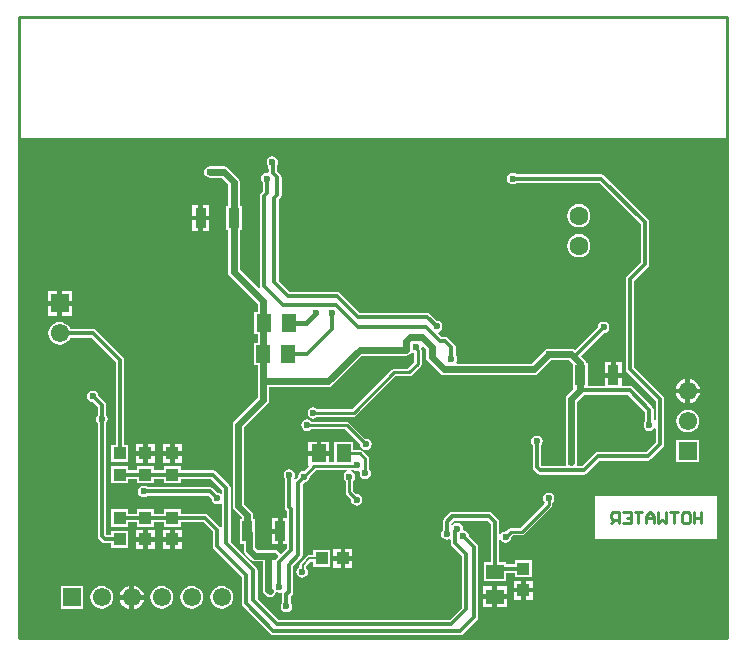
<source format=gbl>
G04*
G04 #@! TF.GenerationSoftware,Altium Limited,Altium Designer,19.0.14 (431)*
G04*
G04 Layer_Physical_Order=2*
G04 Layer_Color=16711680*
%FSLAX43Y43*%
%MOMM*%
G71*
G01*
G75*
%ADD10C,0.250*%
%ADD11C,0.100*%
%ADD13C,0.200*%
%ADD14C,0.600*%
%ADD15C,0.400*%
%ADD16C,0.254*%
%ADD26R,1.100X1.100*%
%ADD27R,1.100X1.100*%
%ADD39R,0.950X1.700*%
%ADD75C,0.350*%
%ADD77C,1.600*%
%ADD78R,1.550X1.550*%
%ADD79C,1.550*%
%ADD80R,1.550X1.550*%
%ADD81C,0.600*%
%ADD82C,5.000*%
%ADD83R,1.250X1.500*%
%ADD84R,1.500X1.250*%
G36*
X59944Y0D02*
X0D01*
Y42361D01*
X59944D01*
Y0D01*
D02*
G37*
%LPC*%
G36*
X21428Y40783D02*
X21241Y40746D01*
X21082Y40640D01*
X20976Y40481D01*
X20939Y40294D01*
X20976Y40107D01*
X21082Y39948D01*
X21095Y39939D01*
Y39757D01*
X21101Y39728D01*
Y39484D01*
X20974Y39380D01*
X20955Y39383D01*
X20768Y39346D01*
X20609Y39240D01*
X20503Y39081D01*
X20466Y38894D01*
X20503Y38707D01*
X20593Y38572D01*
Y37776D01*
X20445Y37628D01*
X20367Y37511D01*
X20339Y37372D01*
Y29810D01*
X20367Y29671D01*
X20402Y29619D01*
X20303Y29538D01*
X18650Y31191D01*
Y33782D01*
Y34530D01*
X18819D01*
Y36590D01*
X18650D01*
Y38608D01*
X18613Y38795D01*
X18507Y38954D01*
X17676Y39785D01*
X17517Y39891D01*
X17330Y39928D01*
X16129D01*
X15942Y39891D01*
X15783Y39785D01*
X15677Y39626D01*
X15640Y39439D01*
X15677Y39252D01*
X15783Y39093D01*
X15942Y38987D01*
X16129Y38950D01*
X17127D01*
X17672Y38405D01*
Y36590D01*
X17509D01*
Y34530D01*
X17672D01*
Y33782D01*
Y30988D01*
X17709Y30801D01*
X17815Y30642D01*
X20178Y28279D01*
Y27600D01*
X19896D01*
Y25740D01*
X20178D01*
Y24933D01*
X19862D01*
Y23073D01*
X20178D01*
Y21717D01*
Y20362D01*
X18199Y18383D01*
X18093Y18224D01*
X18056Y18037D01*
Y12065D01*
Y11173D01*
X18093Y10986D01*
X18199Y10827D01*
X18815Y10211D01*
Y10047D01*
X18646D01*
Y7987D01*
X18987D01*
Y7463D01*
X19024Y7276D01*
X19130Y7117D01*
X19634Y6614D01*
X19793Y6507D01*
X19980Y6470D01*
X20593D01*
Y4064D01*
X20630Y3877D01*
X20736Y3718D01*
X20863Y3591D01*
X21022Y3485D01*
X21209Y3448D01*
X21396Y3485D01*
X21555Y3591D01*
X21661Y3750D01*
X21672Y3803D01*
X21803Y3865D01*
X21813Y3864D01*
X21993Y3829D01*
X22162Y3862D01*
X22227Y3819D01*
X22272Y3774D01*
X22256Y3695D01*
Y2989D01*
X22166Y2854D01*
X22129Y2667D01*
X22166Y2480D01*
X22272Y2321D01*
X22431Y2215D01*
X22618Y2178D01*
X22805Y2215D01*
X22964Y2321D01*
X23070Y2480D01*
X23107Y2667D01*
X23070Y2854D01*
X22980Y2989D01*
Y3545D01*
X23057Y3622D01*
X23135Y3739D01*
X23163Y3878D01*
Y6014D01*
X23882Y6733D01*
X23960Y6850D01*
X23988Y6989D01*
Y12975D01*
X24205Y13193D01*
X24280Y13208D01*
X24439Y13314D01*
X24545Y13473D01*
X24582Y13660D01*
X24574Y13701D01*
X25118Y14245D01*
X27770D01*
X27782Y14118D01*
X27753Y14112D01*
X27594Y14006D01*
X27488Y13847D01*
X27451Y13660D01*
X27488Y13473D01*
X27594Y13314D01*
X27629Y13290D01*
Y12319D01*
X27653Y12200D01*
X27720Y12099D01*
X28088Y11731D01*
X28080Y11690D01*
X28117Y11503D01*
X28223Y11344D01*
X28382Y11238D01*
X28569Y11201D01*
X28756Y11238D01*
X28915Y11344D01*
X29021Y11503D01*
X29058Y11690D01*
X29021Y11877D01*
X28915Y12036D01*
X28756Y12142D01*
X28569Y12179D01*
X28528Y12171D01*
X28251Y12448D01*
Y13290D01*
X28286Y13314D01*
X28392Y13473D01*
X28429Y13660D01*
X28392Y13847D01*
X28286Y14006D01*
X28127Y14112D01*
X28098Y14118D01*
X28110Y14245D01*
X28239D01*
X28388Y14146D01*
X28575Y14109D01*
X28723Y14138D01*
X28812Y14071D01*
X28833Y14040D01*
X28811Y13929D01*
X28848Y13742D01*
X28954Y13583D01*
X29113Y13477D01*
X29300Y13440D01*
X29487Y13477D01*
X29646Y13583D01*
X29752Y13742D01*
X29789Y13929D01*
X29752Y14116D01*
X29646Y14275D01*
X29611Y14299D01*
Y15150D01*
X29587Y15269D01*
X29520Y15370D01*
X29049Y15841D01*
X28948Y15908D01*
X28829Y15932D01*
X28271D01*
Y16551D01*
X26661D01*
Y14867D01*
X26245D01*
Y15421D01*
X25366D01*
X24487D01*
Y14617D01*
X24487D01*
X24523Y14530D01*
X24134Y14141D01*
X24093Y14149D01*
X23906Y14112D01*
X23747Y14006D01*
X23641Y13847D01*
X23604Y13660D01*
X23611Y13622D01*
X23399Y13410D01*
X23293Y13425D01*
X23260Y13444D01*
X23244Y13508D01*
X23312Y13610D01*
X23349Y13798D01*
X23312Y13985D01*
X23206Y14144D01*
X23047Y14250D01*
X22860Y14287D01*
X22673Y14250D01*
X22514Y14144D01*
X22408Y13985D01*
X22371Y13798D01*
X22408Y13610D01*
X22498Y13476D01*
Y11049D01*
X22526Y10910D01*
X22604Y10793D01*
X22625Y10772D01*
Y10121D01*
X22301D01*
Y9017D01*
Y7913D01*
X22625D01*
Y7555D01*
X22176Y7106D01*
X22072Y7137D01*
X22047Y7156D01*
X21947Y7306D01*
X21788Y7412D01*
X21601Y7449D01*
X20183D01*
X19965Y7666D01*
Y8842D01*
X19956Y8889D01*
Y10047D01*
X19793D01*
Y10414D01*
X19756Y10601D01*
X19650Y10760D01*
X19034Y11376D01*
Y12065D01*
Y17834D01*
X21013Y19813D01*
X21119Y19972D01*
X21156Y20159D01*
Y21228D01*
X26150D01*
X26337Y21265D01*
X26496Y21371D01*
X29020Y23895D01*
X32766D01*
X32953Y23932D01*
X33112Y24038D01*
X33218Y24197D01*
X33343Y24221D01*
X33451Y24148D01*
Y23350D01*
X32891Y22790D01*
X31750D01*
X31631Y22766D01*
X31530Y22699D01*
X28192Y19361D01*
X25261D01*
X25238Y19396D01*
X25079Y19502D01*
X24892Y19539D01*
X24705Y19502D01*
X24546Y19396D01*
X24440Y19237D01*
X24403Y19050D01*
X24440Y18863D01*
X24546Y18704D01*
X24705Y18598D01*
X24892Y18561D01*
X25079Y18598D01*
X25238Y18704D01*
X25261Y18739D01*
X28321D01*
X28440Y18763D01*
X28541Y18830D01*
X31879Y22168D01*
X33020D01*
X33139Y22192D01*
X33240Y22259D01*
X33982Y23001D01*
X34049Y23102D01*
X34073Y23221D01*
Y24378D01*
X34054Y24474D01*
X34081Y24610D01*
X34200Y24671D01*
X34436Y24435D01*
Y23749D01*
X34473Y23562D01*
X34579Y23403D01*
X35595Y22387D01*
X35754Y22281D01*
X35941Y22244D01*
X43561D01*
X43748Y22281D01*
X43907Y22387D01*
X45034Y23514D01*
X46533D01*
X46840Y23207D01*
Y21195D01*
X46866D01*
X46919Y21068D01*
X46390Y20539D01*
X46284Y20380D01*
X46247Y20193D01*
Y14859D01*
X46282Y14683D01*
X46277Y14651D01*
X46226Y14556D01*
X44249D01*
X44177Y14628D01*
Y16315D01*
X44267Y16450D01*
X44304Y16637D01*
X44267Y16824D01*
X44161Y16983D01*
X44002Y17089D01*
X43815Y17126D01*
X43628Y17089D01*
X43469Y16983D01*
X43363Y16824D01*
X43326Y16637D01*
X43363Y16450D01*
X43453Y16315D01*
Y14478D01*
X43481Y14339D01*
X43559Y14222D01*
X43843Y13938D01*
X43960Y13860D01*
X44099Y13832D01*
X47849D01*
X47988Y13860D01*
X48105Y13938D01*
X49172Y15005D01*
X53213D01*
X53352Y15033D01*
X53469Y15111D01*
X54485Y16127D01*
X54563Y16244D01*
X54591Y16383D01*
Y20193D01*
X54563Y20332D01*
X54485Y20449D01*
X52051Y22883D01*
Y30203D01*
X53215Y31367D01*
X53293Y31484D01*
X53321Y31623D01*
Y35179D01*
X53293Y35318D01*
X53215Y35435D01*
X49500Y39150D01*
X49383Y39228D01*
X49244Y39256D01*
X42105D01*
X41970Y39346D01*
X41783Y39383D01*
X41596Y39346D01*
X41437Y39240D01*
X41331Y39081D01*
X41294Y38894D01*
X41331Y38707D01*
X41437Y38548D01*
X41596Y38442D01*
X41783Y38405D01*
X41970Y38442D01*
X42105Y38532D01*
X49094D01*
X52597Y35029D01*
Y31773D01*
X51433Y30609D01*
X51355Y30492D01*
X51327Y30353D01*
Y22733D01*
X51355Y22594D01*
X51433Y22477D01*
X53867Y20043D01*
Y18417D01*
X53740Y18359D01*
X53702Y18392D01*
Y19304D01*
X53674Y19443D01*
X53596Y19560D01*
X51945Y21211D01*
X51828Y21289D01*
X51689Y21317D01*
X51024D01*
Y22025D01*
X50295D01*
X49566D01*
Y21317D01*
X48150D01*
Y23255D01*
X47985D01*
X47950Y23428D01*
X47844Y23587D01*
X47561Y23870D01*
X49496Y25805D01*
X49655Y25837D01*
X49814Y25943D01*
X49920Y26102D01*
X49957Y26289D01*
X49920Y26476D01*
X49814Y26635D01*
X49655Y26741D01*
X49468Y26778D01*
X49281Y26741D01*
X49122Y26635D01*
X49016Y26476D01*
X48984Y26317D01*
X47043Y24375D01*
X46923Y24455D01*
X46736Y24492D01*
X44831D01*
X44644Y24455D01*
X44485Y24349D01*
X43358Y23222D01*
X37039D01*
X36971Y23349D01*
X37028Y23435D01*
X37065Y23622D01*
X37028Y23809D01*
X36938Y23944D01*
Y24638D01*
X36910Y24777D01*
X36832Y24894D01*
X36324Y25402D01*
X36207Y25480D01*
X36068Y25508D01*
X35761D01*
X35472Y25797D01*
X35503Y25901D01*
X35523Y25926D01*
X35672Y26026D01*
X35778Y26185D01*
X35815Y26372D01*
X35778Y26559D01*
X35672Y26718D01*
X35513Y26824D01*
X35354Y26856D01*
X34776Y27434D01*
X34659Y27512D01*
X34520Y27540D01*
X28852D01*
X27180Y29212D01*
X27063Y29290D01*
X26924Y29318D01*
X22891D01*
X21963Y30246D01*
Y37072D01*
X22100Y37209D01*
X22178Y37326D01*
X22206Y37465D01*
Y38989D01*
X22178Y39128D01*
X22100Y39245D01*
X21825Y39520D01*
Y39751D01*
X21819Y39780D01*
Y40015D01*
X21880Y40107D01*
X21917Y40294D01*
X21880Y40481D01*
X21774Y40640D01*
X21615Y40746D01*
X21428Y40783D01*
D02*
G37*
G36*
X16093Y36664D02*
X15564D01*
Y35760D01*
X16093D01*
Y36664D01*
D02*
G37*
G36*
X15164D02*
X14635D01*
Y35760D01*
X15164D01*
Y36664D01*
D02*
G37*
G36*
X47371Y36733D02*
X47115Y36700D01*
X46877Y36601D01*
X46672Y36444D01*
X46515Y36239D01*
X46416Y36001D01*
X46383Y35745D01*
X46416Y35489D01*
X46515Y35251D01*
X46672Y35046D01*
X46877Y34889D01*
X47115Y34790D01*
X47371Y34756D01*
X47627Y34790D01*
X47865Y34889D01*
X48070Y35046D01*
X48227Y35251D01*
X48326Y35489D01*
X48359Y35745D01*
X48326Y36001D01*
X48227Y36239D01*
X48070Y36444D01*
X47865Y36601D01*
X47627Y36700D01*
X47371Y36733D01*
D02*
G37*
G36*
X16093Y35360D02*
X15564D01*
Y34456D01*
X16093D01*
Y35360D01*
D02*
G37*
G36*
X15164D02*
X14635D01*
Y34456D01*
X15164D01*
Y35360D01*
D02*
G37*
G36*
X47371Y34193D02*
X47115Y34160D01*
X46877Y34061D01*
X46672Y33904D01*
X46515Y33699D01*
X46416Y33461D01*
X46383Y33205D01*
X46416Y32949D01*
X46515Y32711D01*
X46672Y32506D01*
X46877Y32349D01*
X47115Y32250D01*
X47371Y32216D01*
X47627Y32250D01*
X47865Y32349D01*
X48070Y32506D01*
X48227Y32711D01*
X48326Y32949D01*
X48359Y33205D01*
X48326Y33461D01*
X48227Y33699D01*
X48070Y33904D01*
X47865Y34061D01*
X47627Y34160D01*
X47371Y34193D01*
D02*
G37*
G36*
X4458Y29350D02*
X3629D01*
Y28521D01*
X4458D01*
Y29350D01*
D02*
G37*
G36*
X3229D02*
X2400D01*
Y28521D01*
X3229D01*
Y29350D01*
D02*
G37*
G36*
X4458Y28121D02*
X3629D01*
Y27292D01*
X4458D01*
Y28121D01*
D02*
G37*
G36*
X3229D02*
X2400D01*
Y27292D01*
X3229D01*
Y28121D01*
D02*
G37*
G36*
X51024Y23329D02*
X50495D01*
Y22425D01*
X51024D01*
Y23329D01*
D02*
G37*
G36*
X50095D02*
X49566D01*
Y22425D01*
X50095D01*
Y23329D01*
D02*
G37*
G36*
X56790Y21915D02*
Y21103D01*
X57602D01*
X57593Y21172D01*
X57489Y21422D01*
X57324Y21637D01*
X57109Y21802D01*
X56859Y21906D01*
X56790Y21915D01*
D02*
G37*
G36*
X56390D02*
X56321Y21906D01*
X56071Y21802D01*
X55856Y21637D01*
X55691Y21422D01*
X55587Y21172D01*
X55578Y21103D01*
X56390D01*
Y21915D01*
D02*
G37*
G36*
X57602Y20703D02*
X56790D01*
Y19891D01*
X56859Y19900D01*
X57109Y20004D01*
X57324Y20169D01*
X57489Y20384D01*
X57593Y20634D01*
X57602Y20703D01*
D02*
G37*
G36*
X56390D02*
X55578D01*
X55587Y20634D01*
X55691Y20384D01*
X55856Y20169D01*
X56071Y20004D01*
X56321Y19900D01*
X56390Y19891D01*
Y20703D01*
D02*
G37*
G36*
X56590Y19326D02*
X56341Y19293D01*
X56108Y19197D01*
X55909Y19044D01*
X55756Y18845D01*
X55660Y18612D01*
X55627Y18363D01*
X55660Y18114D01*
X55756Y17881D01*
X55909Y17682D01*
X56108Y17529D01*
X56341Y17433D01*
X56590Y17400D01*
X56839Y17433D01*
X57072Y17529D01*
X57271Y17682D01*
X57424Y17881D01*
X57520Y18114D01*
X57553Y18363D01*
X57520Y18612D01*
X57424Y18845D01*
X57271Y19044D01*
X57072Y19197D01*
X56839Y19293D01*
X56590Y19326D01*
D02*
G37*
G36*
X24373Y18495D02*
X24186Y18458D01*
X24027Y18352D01*
X23921Y18193D01*
X23884Y18006D01*
X23921Y17819D01*
X24027Y17660D01*
X24186Y17554D01*
X24373Y17517D01*
X24560Y17554D01*
X24719Y17660D01*
X24743Y17695D01*
X27585D01*
X28856Y16424D01*
X28848Y16383D01*
X28885Y16196D01*
X28991Y16037D01*
X29150Y15931D01*
X29337Y15894D01*
X29524Y15931D01*
X29683Y16037D01*
X29789Y16196D01*
X29826Y16383D01*
X29789Y16570D01*
X29683Y16729D01*
X29524Y16835D01*
X29337Y16872D01*
X29296Y16864D01*
X27934Y18226D01*
X27833Y18293D01*
X27714Y18317D01*
X24743D01*
X24719Y18352D01*
X24560Y18458D01*
X24373Y18495D01*
D02*
G37*
G36*
X11472Y16436D02*
X10868D01*
Y15832D01*
X11472D01*
Y16436D01*
D02*
G37*
G36*
X13758D02*
X13154D01*
Y15832D01*
X13758D01*
Y16436D01*
D02*
G37*
G36*
X10468D02*
X9864D01*
Y15832D01*
X10468D01*
Y16436D01*
D02*
G37*
G36*
X12754D02*
X12150D01*
Y15832D01*
X12754D01*
Y16436D01*
D02*
G37*
G36*
X26245Y16625D02*
X25566D01*
Y15821D01*
X26245D01*
Y16625D01*
D02*
G37*
G36*
X25166D02*
X24487D01*
Y15821D01*
X25166D01*
Y16625D01*
D02*
G37*
G36*
X3429Y26744D02*
X3180Y26711D01*
X2947Y26615D01*
X2748Y26462D01*
X2595Y26263D01*
X2499Y26030D01*
X2466Y25781D01*
X2499Y25532D01*
X2595Y25299D01*
X2748Y25100D01*
X2947Y24947D01*
X3180Y24851D01*
X3429Y24818D01*
X3678Y24851D01*
X3911Y24947D01*
X4110Y25100D01*
X4263Y25299D01*
X4313Y25419D01*
X6073D01*
X8147Y23345D01*
Y16362D01*
X7779D01*
Y14902D01*
X9239D01*
Y16362D01*
X8871D01*
Y23495D01*
X8843Y23634D01*
X8765Y23751D01*
X6479Y26037D01*
X6362Y26115D01*
X6223Y26143D01*
X4313D01*
X4263Y26263D01*
X4110Y26462D01*
X3911Y26615D01*
X3678Y26711D01*
X3429Y26744D01*
D02*
G37*
G36*
X57545Y16778D02*
X55635D01*
Y14868D01*
X57545D01*
Y16778D01*
D02*
G37*
G36*
X13758Y15432D02*
X13154D01*
Y14828D01*
X13758D01*
Y15432D01*
D02*
G37*
G36*
X12754D02*
X12150D01*
Y14828D01*
X12754D01*
Y15432D01*
D02*
G37*
G36*
X11472D02*
X10868D01*
Y14828D01*
X11472D01*
Y15432D01*
D02*
G37*
G36*
X10468D02*
X9864D01*
Y14828D01*
X10468D01*
Y15432D01*
D02*
G37*
G36*
X9239Y14562D02*
X7779D01*
Y13102D01*
X9239D01*
Y13470D01*
X9938D01*
Y13102D01*
X11398D01*
Y13470D01*
X12224D01*
Y13102D01*
X13684D01*
Y13470D01*
X16244D01*
X17164Y12550D01*
Y12274D01*
X17037Y12206D01*
X16951Y12263D01*
X16792Y12295D01*
X16434Y12653D01*
X16317Y12731D01*
X16178Y12759D01*
X10863D01*
X10728Y12849D01*
X10541Y12886D01*
X10354Y12849D01*
X10195Y12743D01*
X10089Y12584D01*
X10052Y12397D01*
X10089Y12210D01*
X10195Y12051D01*
X10354Y11945D01*
X10541Y11908D01*
X10728Y11945D01*
X10863Y12035D01*
X16028D01*
X16280Y11783D01*
X16312Y11624D01*
X16418Y11465D01*
X16577Y11359D01*
X16764Y11322D01*
X16951Y11359D01*
X17037Y11416D01*
X17164Y11348D01*
Y9413D01*
X17037Y9374D01*
X17020Y9400D01*
X16015Y10405D01*
X15898Y10483D01*
X15759Y10511D01*
X13684D01*
Y10879D01*
X12224D01*
Y10522D01*
X11398D01*
Y10879D01*
X9938D01*
Y10522D01*
X9239D01*
Y10890D01*
X7779D01*
Y9430D01*
X9239D01*
Y9798D01*
X9938D01*
Y9419D01*
X11398D01*
Y9798D01*
X12224D01*
Y9419D01*
X13684D01*
Y9787D01*
X15609D01*
X16402Y8994D01*
Y7747D01*
X16430Y7608D01*
X16508Y7491D01*
X18815Y5184D01*
Y2921D01*
X18843Y2782D01*
X18921Y2665D01*
X21239Y347D01*
X21356Y269D01*
X21495Y241D01*
X37306D01*
X37445Y269D01*
X37562Y347D01*
X38737Y1522D01*
X38815Y1639D01*
X38843Y1778D01*
Y7727D01*
X38815Y7866D01*
X38737Y7983D01*
X38076Y8644D01*
X38044Y8803D01*
X37938Y8962D01*
X37779Y9068D01*
X37592Y9105D01*
X37551Y9147D01*
X37573Y9260D01*
X37536Y9447D01*
X37430Y9606D01*
X37271Y9712D01*
X37084Y9749D01*
X36897Y9712D01*
X36738Y9606D01*
X36690Y9534D01*
X36573Y9571D01*
X36561Y9682D01*
X36804Y9925D01*
X39601D01*
X39897Y9629D01*
Y6393D01*
X39329D01*
Y4783D01*
X41189D01*
Y5491D01*
X41942D01*
Y5123D01*
X43402D01*
Y6583D01*
X41942D01*
Y6215D01*
X41189D01*
Y6393D01*
X40621D01*
Y8255D01*
X40748Y8294D01*
X40822Y8183D01*
X40981Y8077D01*
X41168Y8040D01*
X41355Y8077D01*
X41514Y8183D01*
X41620Y8342D01*
X41657Y8529D01*
X41649Y8570D01*
X41774Y8695D01*
X42534D01*
X42653Y8719D01*
X42754Y8786D01*
X45040Y11072D01*
X45107Y11173D01*
X45131Y11292D01*
Y11441D01*
X45166Y11465D01*
X45272Y11624D01*
X45309Y11811D01*
X45272Y11998D01*
X45166Y12157D01*
X45007Y12263D01*
X44820Y12300D01*
X44633Y12263D01*
X44474Y12157D01*
X44368Y11998D01*
X44331Y11811D01*
X44368Y11624D01*
X44474Y11465D01*
X44430Y11342D01*
X42405Y9317D01*
X41645D01*
X41526Y9294D01*
X41425Y9226D01*
X41209Y9010D01*
X41168Y9018D01*
X40981Y8981D01*
X40822Y8875D01*
X40748Y8764D01*
X40621Y8803D01*
Y9779D01*
X40593Y9918D01*
X40515Y10035D01*
X40007Y10543D01*
X39890Y10621D01*
X39751Y10649D01*
X36654D01*
X36516Y10621D01*
X36398Y10543D01*
X35939Y10084D01*
X35861Y9966D01*
X35833Y9828D01*
Y9105D01*
X35743Y8970D01*
X35706Y8783D01*
X35743Y8596D01*
X35849Y8437D01*
X36008Y8331D01*
X36195Y8294D01*
X36382Y8331D01*
X36438Y8368D01*
X36565Y8300D01*
Y8031D01*
X36593Y7892D01*
X36671Y7775D01*
X37484Y6962D01*
Y2563D01*
X36426Y1505D01*
X21994D01*
X20174Y3325D01*
Y5715D01*
X20146Y5854D01*
X20068Y5971D01*
X17888Y8151D01*
Y12700D01*
X17860Y12839D01*
X17782Y12956D01*
X16650Y14088D01*
X16533Y14166D01*
X16394Y14194D01*
X13684D01*
Y14562D01*
X12224D01*
Y14194D01*
X11398D01*
Y14562D01*
X9938D01*
Y14194D01*
X9239D01*
Y14562D01*
D02*
G37*
G36*
X21901Y10121D02*
X21372D01*
Y9217D01*
X21901D01*
Y10121D01*
D02*
G37*
G36*
X11472Y9153D02*
X10868D01*
Y8549D01*
X11472D01*
Y9153D01*
D02*
G37*
G36*
X13758D02*
X13154D01*
Y8549D01*
X13758D01*
Y9153D01*
D02*
G37*
G36*
X12754D02*
X12150D01*
Y8549D01*
X12754D01*
Y9153D01*
D02*
G37*
G36*
X10468D02*
X9864D01*
Y8549D01*
X10468D01*
Y9153D01*
D02*
G37*
G36*
X59108Y12026D02*
X48743D01*
Y8349D01*
X59108D01*
Y12026D01*
D02*
G37*
G36*
X21901Y8817D02*
X21372D01*
Y7913D01*
X21901D01*
Y8817D01*
D02*
G37*
G36*
X6223Y20936D02*
X6036Y20899D01*
X5877Y20793D01*
X5771Y20634D01*
X5734Y20447D01*
X5771Y20260D01*
X5877Y20101D01*
X6036Y19995D01*
X6195Y19963D01*
X6623Y19535D01*
Y18879D01*
X6533Y18744D01*
X6496Y18557D01*
X6533Y18370D01*
X6623Y18235D01*
Y8636D01*
X6651Y8497D01*
X6729Y8380D01*
X6983Y8126D01*
X7100Y8048D01*
X7239Y8020D01*
X7779D01*
Y7630D01*
X9239D01*
Y9090D01*
X7779D01*
Y8744D01*
X7389D01*
X7347Y8786D01*
Y18235D01*
X7437Y18370D01*
X7474Y18557D01*
X7437Y18744D01*
X7347Y18879D01*
Y19685D01*
X7319Y19824D01*
X7241Y19941D01*
X6707Y20475D01*
X6675Y20634D01*
X6569Y20793D01*
X6410Y20899D01*
X6223Y20936D01*
D02*
G37*
G36*
X13758Y8149D02*
X13154D01*
Y7545D01*
X13758D01*
Y8149D01*
D02*
G37*
G36*
X12754D02*
X12150D01*
Y7545D01*
X12754D01*
Y8149D01*
D02*
G37*
G36*
X11472D02*
X10868D01*
Y7545D01*
X11472D01*
Y8149D01*
D02*
G37*
G36*
X10468D02*
X9864D01*
Y7545D01*
X10468D01*
Y8149D01*
D02*
G37*
G36*
X28202Y7535D02*
X27598D01*
Y6931D01*
X28202D01*
Y7535D01*
D02*
G37*
G36*
X27198D02*
X26594D01*
Y6931D01*
X27198D01*
Y7535D01*
D02*
G37*
G36*
X26328Y7461D02*
X24868D01*
Y7016D01*
X24570D01*
X24461Y6995D01*
X24368Y6933D01*
X23801Y6366D01*
X23739Y6273D01*
X23718Y6164D01*
Y6005D01*
X23612Y5934D01*
X23506Y5775D01*
X23469Y5588D01*
X23506Y5401D01*
X23612Y5242D01*
X23771Y5136D01*
X23958Y5099D01*
X24145Y5136D01*
X24304Y5242D01*
X24410Y5401D01*
X24447Y5588D01*
X24410Y5775D01*
X24304Y5934D01*
X24304Y6061D01*
X24688Y6446D01*
X24868D01*
Y6001D01*
X26328D01*
Y7461D01*
D02*
G37*
G36*
X28202Y6531D02*
X27598D01*
Y5927D01*
X28202D01*
Y6531D01*
D02*
G37*
G36*
X27198D02*
X26594D01*
Y5927D01*
X27198D01*
Y6531D01*
D02*
G37*
G36*
X43476Y4857D02*
X42872D01*
Y4253D01*
X43476D01*
Y4857D01*
D02*
G37*
G36*
X42472D02*
X41868D01*
Y4253D01*
X42472D01*
Y4857D01*
D02*
G37*
G36*
X41263Y4367D02*
X40459D01*
Y3688D01*
X41263D01*
Y4367D01*
D02*
G37*
G36*
X40059D02*
X39255D01*
Y3688D01*
X40059D01*
Y4367D01*
D02*
G37*
G36*
X9725Y4441D02*
Y3629D01*
X10537D01*
X10528Y3698D01*
X10424Y3948D01*
X10259Y4163D01*
X10044Y4328D01*
X9794Y4432D01*
X9725Y4441D01*
D02*
G37*
G36*
X9325D02*
X9256Y4432D01*
X9006Y4328D01*
X8791Y4163D01*
X8626Y3948D01*
X8522Y3698D01*
X8513Y3629D01*
X9325D01*
Y4441D01*
D02*
G37*
G36*
X43476Y3853D02*
X42872D01*
Y3249D01*
X43476D01*
Y3853D01*
D02*
G37*
G36*
X42472D02*
X41868D01*
Y3249D01*
X42472D01*
Y3853D01*
D02*
G37*
G36*
X41263Y3288D02*
X40459D01*
Y2609D01*
X41263D01*
Y3288D01*
D02*
G37*
G36*
X40059D02*
X39255D01*
Y2609D01*
X40059D01*
Y3288D01*
D02*
G37*
G36*
X5400Y4384D02*
X3490D01*
Y2474D01*
X5400D01*
Y4384D01*
D02*
G37*
G36*
X17145Y4392D02*
X16896Y4359D01*
X16663Y4263D01*
X16464Y4110D01*
X16311Y3911D01*
X16215Y3678D01*
X16182Y3429D01*
X16215Y3180D01*
X16311Y2947D01*
X16464Y2748D01*
X16663Y2595D01*
X16896Y2499D01*
X17145Y2466D01*
X17394Y2499D01*
X17627Y2595D01*
X17826Y2748D01*
X17979Y2947D01*
X18075Y3180D01*
X18108Y3429D01*
X18075Y3678D01*
X17979Y3911D01*
X17826Y4110D01*
X17627Y4263D01*
X17394Y4359D01*
X17145Y4392D01*
D02*
G37*
G36*
X14605D02*
X14356Y4359D01*
X14123Y4263D01*
X13924Y4110D01*
X13771Y3911D01*
X13675Y3678D01*
X13642Y3429D01*
X13675Y3180D01*
X13771Y2947D01*
X13924Y2748D01*
X14123Y2595D01*
X14356Y2499D01*
X14605Y2466D01*
X14854Y2499D01*
X15087Y2595D01*
X15286Y2748D01*
X15439Y2947D01*
X15535Y3180D01*
X15568Y3429D01*
X15535Y3678D01*
X15439Y3911D01*
X15286Y4110D01*
X15087Y4263D01*
X14854Y4359D01*
X14605Y4392D01*
D02*
G37*
G36*
X12065D02*
X11816Y4359D01*
X11583Y4263D01*
X11384Y4110D01*
X11231Y3911D01*
X11135Y3678D01*
X11102Y3429D01*
X11135Y3180D01*
X11231Y2947D01*
X11384Y2748D01*
X11583Y2595D01*
X11816Y2499D01*
X12065Y2466D01*
X12314Y2499D01*
X12547Y2595D01*
X12746Y2748D01*
X12899Y2947D01*
X12995Y3180D01*
X13028Y3429D01*
X12995Y3678D01*
X12899Y3911D01*
X12746Y4110D01*
X12547Y4263D01*
X12314Y4359D01*
X12065Y4392D01*
D02*
G37*
G36*
X6985D02*
X6736Y4359D01*
X6503Y4263D01*
X6304Y4110D01*
X6151Y3911D01*
X6055Y3678D01*
X6022Y3429D01*
X6055Y3180D01*
X6151Y2947D01*
X6304Y2748D01*
X6503Y2595D01*
X6736Y2499D01*
X6985Y2466D01*
X7234Y2499D01*
X7467Y2595D01*
X7666Y2748D01*
X7819Y2947D01*
X7915Y3180D01*
X7948Y3429D01*
X7915Y3678D01*
X7819Y3911D01*
X7666Y4110D01*
X7467Y4263D01*
X7234Y4359D01*
X6985Y4392D01*
D02*
G37*
G36*
X10537Y3229D02*
X9725D01*
Y2417D01*
X9794Y2426D01*
X10044Y2530D01*
X10259Y2695D01*
X10424Y2910D01*
X10528Y3160D01*
X10537Y3229D01*
D02*
G37*
G36*
X9325D02*
X8513D01*
X8522Y3160D01*
X8626Y2910D01*
X8791Y2695D01*
X9006Y2530D01*
X9256Y2426D01*
X9325Y2417D01*
Y3229D01*
D02*
G37*
%LPD*%
G36*
X52978Y19154D02*
Y18328D01*
X52888Y18193D01*
X52851Y18006D01*
X52888Y17819D01*
X52994Y17660D01*
X53153Y17554D01*
X53340Y17517D01*
X53527Y17554D01*
X53686Y17660D01*
X53740Y17741D01*
X53867Y17702D01*
Y16533D01*
X53063Y15729D01*
X49022D01*
X48883Y15701D01*
X48766Y15623D01*
X47699Y14556D01*
X47246D01*
X47195Y14651D01*
X47190Y14683D01*
X47225Y14859D01*
Y19990D01*
X47828Y20593D01*
X51539D01*
X52978Y19154D01*
D02*
G37*
D10*
X33762Y23221D02*
Y24378D01*
X33597Y24543D02*
X33762Y24378D01*
X33597Y24543D02*
Y24638D01*
X28829Y15621D02*
X29300Y15150D01*
X27466Y15621D02*
X28829D01*
X29300Y13929D02*
Y15150D01*
X24093Y13660D02*
X24989Y14556D01*
X28533D01*
X28575Y14598D01*
X33020Y22479D02*
X33762Y23221D01*
X31750Y22479D02*
X33020D01*
X28321Y19050D02*
X31750Y22479D01*
X24892Y19050D02*
X28321D01*
X24373Y18006D02*
X27714D01*
X29337Y16383D01*
X44820Y11292D02*
Y11811D01*
X42534Y9006D02*
X44820Y11292D01*
X41645Y9006D02*
X42534D01*
X41168Y8529D02*
X41645Y9006D01*
X27940Y12319D02*
X28569Y11690D01*
X27940Y12319D02*
Y13660D01*
D11*
X-53Y12229D02*
Y24229D01*
D13*
X24003Y5633D02*
Y6164D01*
X23958Y5588D02*
X24003Y5633D01*
Y6164D02*
X24570Y6731D01*
X25598D01*
X635Y31437D02*
X1635D01*
Y30937D01*
X1468Y30771D01*
X1135D01*
X968Y30937D01*
Y31437D01*
X1468Y29771D02*
X1635Y29938D01*
Y30271D01*
X1468Y30437D01*
X802D01*
X635Y30271D01*
Y29938D01*
X802Y29771D01*
X1635Y29438D02*
X635D01*
Y28938D01*
X802Y28771D01*
X968D01*
X1135Y28938D01*
Y29438D01*
Y28938D01*
X1301Y28771D01*
X1468D01*
X1635Y28938D01*
Y29438D01*
Y26772D02*
Y27438D01*
X635D01*
Y26772D01*
X1135Y27438D02*
Y27105D01*
X1635Y25772D02*
X635D01*
Y26272D01*
X802Y26439D01*
X1135D01*
X1301Y26272D01*
Y25772D01*
X302Y25106D02*
Y24939D01*
X468Y24773D01*
X1301D01*
Y25272D01*
X1135Y25439D01*
X802D01*
X635Y25272D01*
Y24773D01*
Y23940D02*
Y24273D01*
X802Y24439D01*
X1135D01*
X1301Y24273D01*
Y23940D01*
X1135Y23773D01*
X968D01*
Y24439D01*
D14*
X47498Y20955D02*
Y23241D01*
X20667Y24003D02*
Y28482D01*
X18161Y33782D02*
Y38608D01*
X21082Y4064D02*
Y6960D01*
X32766Y25153D02*
X33117Y25504D01*
X32766Y24384D02*
Y25153D01*
X33117Y25504D02*
X34059D01*
X34925Y24638D01*
Y23749D02*
Y24638D01*
X21082Y4064D02*
X21209Y3937D01*
X46990Y23749D02*
X47498Y23241D01*
X46736Y24003D02*
X46990Y23749D01*
X46736Y14859D02*
Y20193D01*
X47498Y20955D01*
X44831Y24003D02*
X46736D01*
X35941Y22733D02*
X43561D01*
X44831Y24003D01*
X34925Y23749D02*
X35941Y22733D01*
X20667Y21717D02*
Y24003D01*
Y20159D02*
Y21717D01*
X26150D02*
X28817Y24384D01*
X32766D01*
X20667Y21717D02*
X26150D01*
X18161Y30988D02*
Y33782D01*
X21082Y6960D02*
X21601D01*
X19980D02*
X21082D01*
X19476Y7463D02*
X19980Y6960D01*
X19476Y7463D02*
Y8842D01*
X19301Y9017D02*
X19476Y8842D01*
X19304Y9020D02*
Y10414D01*
X19301Y9017D02*
X19304Y9020D01*
X18545Y11173D02*
X19304Y10414D01*
X18545Y11173D02*
Y12065D01*
Y18037D01*
X20667Y20159D01*
X16838Y39439D02*
X17330D01*
X16129D02*
X16838D01*
X18161Y30988D02*
X20667Y28482D01*
X17330Y39439D02*
X18161Y38608D01*
D15*
X24257Y26670D02*
X25100Y27513D01*
X22801Y26670D02*
X24257D01*
D16*
X57758Y10687D02*
Y9688D01*
Y10187D01*
X57091D01*
Y10687D01*
Y9688D01*
X56258Y10687D02*
X56591D01*
X56758Y10521D01*
Y9854D01*
X56591Y9688D01*
X56258D01*
X56091Y9854D01*
Y10521D01*
X56258Y10687D01*
X55758D02*
X55092D01*
X55425D01*
Y9688D01*
X54759Y10687D02*
Y9688D01*
X54425Y10021D01*
X54092Y9688D01*
Y10687D01*
X53759Y9688D02*
Y10354D01*
X53426Y10687D01*
X53092Y10354D01*
Y9688D01*
Y10187D01*
X53759D01*
X52759Y10687D02*
X52093D01*
X52426D01*
Y9688D01*
X51093Y10687D02*
X51760D01*
Y9688D01*
X51093D01*
X51760Y10187D02*
X51426D01*
X50760Y9688D02*
Y10687D01*
X50260D01*
X50093Y10521D01*
Y10187D01*
X50260Y10021D01*
X50760D01*
X50427D02*
X50093Y9688D01*
X0Y0D02*
Y52578D01*
Y0D02*
X59944D01*
Y52578D01*
X0D02*
X59944D01*
D26*
X27398Y6731D02*
D03*
X25598D02*
D03*
D27*
X42672Y5853D02*
D03*
Y4053D02*
D03*
X12954Y10149D02*
D03*
Y8349D02*
D03*
X8509Y8360D02*
D03*
Y10160D02*
D03*
X10668Y10149D02*
D03*
Y8349D02*
D03*
X8509Y15632D02*
D03*
Y13832D02*
D03*
X10668Y15632D02*
D03*
Y13832D02*
D03*
X12954D02*
D03*
Y15632D02*
D03*
D39*
X47495Y22225D02*
D03*
X50295D02*
D03*
X22101Y9017D02*
D03*
X19301D02*
D03*
X18164Y35560D02*
D03*
X15364D02*
D03*
D75*
X22741Y28956D02*
X26924D01*
X21601Y30096D02*
X22741Y28956D01*
X21601Y30096D02*
Y37222D01*
X16178Y12397D02*
X16764Y11811D01*
X10541Y12397D02*
X16178D01*
X8509Y13832D02*
X16394D01*
X17526Y8001D02*
Y12700D01*
X16394Y13832D02*
X17526Y12700D01*
X28688Y26289D02*
X34469D01*
X35612Y25146D01*
X36068D01*
X36927Y8031D02*
Y9035D01*
X37084Y9192D01*
Y9260D01*
X36927Y8031D02*
X37846Y7112D01*
Y2413D02*
Y7112D01*
X36576Y1143D02*
X37846Y2413D01*
X37592Y8616D02*
X38481Y7727D01*
Y1778D02*
Y7727D01*
X37306Y603D02*
X38481Y1778D01*
X21495Y603D02*
X37306D01*
X40259Y5588D02*
Y9779D01*
X39751Y10287D02*
X40259Y9779D01*
X36654Y10287D02*
X39751D01*
X36195Y9828D02*
X36654Y10287D01*
X40259Y5588D02*
X40524Y5853D01*
X42672D01*
X36195Y8783D02*
Y9828D01*
X8509Y10160D02*
X12943D01*
X19177Y2921D02*
X21495Y603D01*
X19177Y2921D02*
Y5334D01*
X16764Y7747D02*
X19177Y5334D01*
X16764Y7747D02*
Y9144D01*
X15759Y10149D02*
X16764Y9144D01*
X12954Y10149D02*
X15759D01*
X21844Y1143D02*
X36576D01*
X19812Y3175D02*
X21844Y1143D01*
X19812Y3175D02*
Y5715D01*
X17526Y8001D02*
X19812Y5715D01*
X8509Y15632D02*
Y23495D01*
X6223Y25781D02*
X8509Y23495D01*
X3429Y25781D02*
X6223D01*
X12943Y10160D02*
X12954Y10149D01*
X7239Y8382D02*
X8487D01*
X8509Y8360D01*
X6985Y8636D02*
X7239Y8382D01*
X6985Y8636D02*
Y18557D01*
X22860Y11049D02*
X22987Y10922D01*
Y7405D02*
Y10922D01*
X21993Y6411D02*
X22987Y7405D01*
X23626Y6989D02*
Y13125D01*
X22801Y6164D02*
X23626Y6989D01*
X22801Y3878D02*
Y6164D01*
X21993Y4318D02*
Y6411D01*
X22618Y3695D02*
X22801Y3878D01*
X22860Y11049D02*
Y13798D01*
X23626Y13125D02*
X24093Y13592D01*
Y13660D01*
X22618Y2667D02*
Y3695D01*
X28702Y27178D02*
X34520D01*
X35326Y26372D01*
X21463Y39370D02*
X21844Y38989D01*
X21463Y39370D02*
Y39751D01*
X21457Y39757D02*
X21463Y39751D01*
X21457Y39757D02*
Y40265D01*
X21844Y37465D02*
Y38989D01*
X21601Y37222D02*
X21844Y37465D01*
X21428Y40294D02*
X21457Y40265D01*
X20701Y37372D02*
X20955Y37626D01*
Y38894D01*
X20701Y29810D02*
Y37372D01*
Y29810D02*
X22309Y28202D01*
X26775D01*
X28688Y26289D01*
X26924Y28956D02*
X28702Y27178D01*
X36068Y25146D02*
X36576Y24638D01*
Y23622D02*
Y24638D01*
X6223Y20447D02*
X6985Y19685D01*
Y18557D02*
Y19685D01*
X41783Y38894D02*
X49244D01*
X52959Y35179D01*
Y31623D02*
Y35179D01*
X51689Y30353D02*
X52959Y31623D01*
X51689Y22733D02*
Y30353D01*
Y22733D02*
X54229Y20193D01*
Y16383D02*
Y20193D01*
X53213Y15367D02*
X54229Y16383D01*
X49022Y15367D02*
X53213D01*
X47849Y14194D02*
X49022Y15367D01*
X44099Y14194D02*
X47849D01*
X43815Y14478D02*
X44099Y14194D01*
X43815Y14478D02*
Y16637D01*
X22767Y24003D02*
X24384D01*
X26500Y26119D01*
Y27537D01*
X46990Y23749D02*
Y23811D01*
X49468Y26289D01*
X47498Y20955D02*
X51689D01*
X53340Y19304D01*
Y18006D02*
Y19304D01*
D77*
X47371Y33205D02*
D03*
Y35745D02*
D03*
D78*
X3429Y28321D02*
D03*
X56590Y15823D02*
D03*
D79*
X3429Y25781D02*
D03*
X56590Y20903D02*
D03*
Y18363D02*
D03*
X9525Y3429D02*
D03*
X12065D02*
D03*
X14605D02*
D03*
X17145D02*
D03*
X6985D02*
D03*
D80*
X4445D02*
D03*
D81*
X5924Y16002D02*
D03*
X6223Y20447D02*
D03*
X23241Y30607D02*
D03*
X17748Y13929D02*
D03*
X16764Y11811D02*
D03*
X10541Y12397D02*
D03*
X33597Y24638D02*
D03*
X16237Y21590D02*
D03*
X14097Y32660D02*
D03*
X30997Y10911D02*
D03*
X41974Y11049D02*
D03*
Y21272D02*
D03*
X29990Y22225D02*
D03*
X27812Y20701D02*
D03*
X25013Y20706D02*
D03*
X13589Y36438D02*
D03*
X14500Y24130D02*
D03*
X47305Y26229D02*
D03*
X45757Y18034D02*
D03*
X46228Y21754D02*
D03*
X48387Y13208D02*
D03*
X47255Y10287D02*
D03*
X42177Y725D02*
D03*
X32385Y3113D02*
D03*
X35306Y2000D02*
D03*
Y3048D02*
D03*
X26173Y8790D02*
D03*
X28558Y7308D02*
D03*
X28448Y4579D02*
D03*
X19651Y1259D02*
D03*
X13970Y18506D02*
D03*
X9271Y32660D02*
D03*
X8114Y30480D02*
D03*
X6885Y32660D02*
D03*
X17095Y28702D02*
D03*
X19274Y32131D02*
D03*
X38547Y40294D02*
D03*
X37326Y28133D02*
D03*
X36571Y29599D02*
D03*
X39116Y18798D02*
D03*
Y16258D02*
D03*
Y13718D02*
D03*
X36576Y18798D02*
D03*
Y16258D02*
D03*
Y13718D02*
D03*
X34036Y18798D02*
D03*
Y16258D02*
D03*
Y13718D02*
D03*
X25019Y3025D02*
D03*
X26173Y13506D02*
D03*
X33020Y41910D02*
D03*
X31750D02*
D03*
X30480D02*
D03*
X29210D02*
D03*
X27940D02*
D03*
X26670D02*
D03*
X58420D02*
D03*
X57150D02*
D03*
X55880D02*
D03*
X54610D02*
D03*
X53340D02*
D03*
X52070D02*
D03*
X50800D02*
D03*
X49530D02*
D03*
X48260D02*
D03*
X46990D02*
D03*
X45720D02*
D03*
X44450D02*
D03*
X43180D02*
D03*
X41910D02*
D03*
X40640D02*
D03*
X39370D02*
D03*
X38100D02*
D03*
X32529Y40259D02*
D03*
Y37719D02*
D03*
Y35179D02*
D03*
Y32639D02*
D03*
X29989Y40259D02*
D03*
Y37719D02*
D03*
Y35179D02*
D03*
Y32639D02*
D03*
X27449Y40259D02*
D03*
Y37719D02*
D03*
Y35179D02*
D03*
Y32639D02*
D03*
X21590Y41910D02*
D03*
X20320D02*
D03*
X19050D02*
D03*
X17780D02*
D03*
X16510D02*
D03*
X15240D02*
D03*
X13970D02*
D03*
X12700D02*
D03*
X11430D02*
D03*
X10160D02*
D03*
X8890D02*
D03*
X7620D02*
D03*
X6350D02*
D03*
X5080D02*
D03*
X3810D02*
D03*
X2540D02*
D03*
X1270D02*
D03*
X23958Y5588D02*
D03*
X21993Y4318D02*
D03*
X35326Y26372D02*
D03*
X41168Y8529D02*
D03*
X44820Y11811D02*
D03*
X41783Y38894D02*
D03*
X20955D02*
D03*
X21428Y40294D02*
D03*
X49468Y26289D02*
D03*
X46736Y14859D02*
D03*
X44831Y24003D02*
D03*
X28569Y11690D02*
D03*
X18161Y33782D02*
D03*
X21209Y3937D02*
D03*
X21601Y6960D02*
D03*
X16129Y39439D02*
D03*
X16838D02*
D03*
X38590Y8765D02*
D03*
X37592Y8616D02*
D03*
X36195Y8783D02*
D03*
X37084Y9260D02*
D03*
X18545Y12065D02*
D03*
X24373Y18006D02*
D03*
X24892Y19050D02*
D03*
X29337Y16383D02*
D03*
X22618Y2667D02*
D03*
X43815Y19685D02*
D03*
X43644Y12506D02*
D03*
X28575Y14598D02*
D03*
X36576Y23622D02*
D03*
X29300Y13929D02*
D03*
X43815Y16637D02*
D03*
X33147Y23622D02*
D03*
X22860Y13798D02*
D03*
X24500Y11938D02*
D03*
X28569Y13010D02*
D03*
X27940Y13660D02*
D03*
X53340Y18006D02*
D03*
X24093Y13660D02*
D03*
X32766Y24384D02*
D03*
X48387Y18006D02*
D03*
X12446Y18557D02*
D03*
X6985D02*
D03*
X26500Y27537D02*
D03*
X25100Y27513D02*
D03*
D82*
X56515Y3557D02*
D03*
X3429Y9906D02*
D03*
X56515Y34417D02*
D03*
X3429D02*
D03*
D83*
X20701Y26670D02*
D03*
X22801D02*
D03*
X20667Y24003D02*
D03*
X22767D02*
D03*
X27466Y15621D02*
D03*
X25366D02*
D03*
D84*
X40259Y3488D02*
D03*
Y5588D02*
D03*
M02*

</source>
